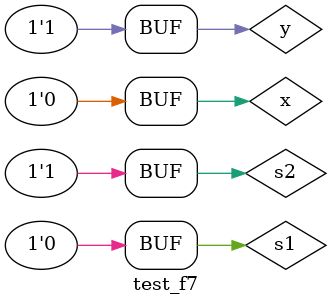
<source format=v>

module mux (
    output s1,   // Saída para AND/NAND
    output s2,   // Saída para OR/NOR
    input a,
    input b,
    input sel1,  // Seleção para AND/NAND
    input sel2   // Seleção para OR/NOR
);

    // definir dados locais
    wire w1;
    wire w2;
    wire w3;
    wire w4;
    wire w5;
    wire w6;
    wire w7;


    // descrever por portas
    nand NAND1 (w1, sel1, sel1);
    nand NAND2 (w2, w1, a);
    nand NAND3 (w3, sel1, b);
    nand NAND4 (s1, w2, w3);

    nor NOR1 ( w4, sel2, sel2);
    nor NOR2 ( w5, sel2, a);
    nor NOR3 ( w6, w4, b);
    or OR1   ( w7, w6, w6);
    nor NOR4 ( s2, w5, w7);
endmodule // mux

module test_f7;
// ------------------------- definir dados
    reg x; // a
    reg y; // b
    reg s1; 
    reg s2; 
    wire sel1; 
    wire sel2; 

    mux MUX1 (sel1, sel2, x, y, s1, s2);    
// ------------------------- parte principal
 initial
 begin : main
    $display("Guia_0703 - Rayssa Mell de Souza Silva - 860210");
    $display("Test LU's module");
    $display("   x    y    s1  s2   sel1  sel2");
    x = 1'b0; y = 1'b0; s1 = 1'b0; s2 = 1'b0; 

  //projetar teste do modulo
  #1 $monitor("%4b %4b %4b %4b %4b %4b", x, y, sel1, sel2, s1, s2);
  #1 x = 0; y = 1; s1 = 0; s2 = 0;
  #1 x = 1; y = 0; s1 = 1; s2 = 0; 
  #1 x = 1; y = 0; s1 = 0; s2 = 1; 
  #1 x = 0; y = 1; s1 = 1; s2 = 0; 
  #1 x = 1; y = 0; s1 = 0; s2 = 0; 
  #1 x = 0; y = 1; s1 = 0; s2 = 1; 
 end
endmodule // test_f7


/* Registro de Saída 

Guia_0703 - Rayssa Mell de Souza Silva - 860210
Test LU's module
   x    y    s1  s2   sel1  sel2
   0    0    0    0    0    0
   0    1    0    0    0    0
   1    0    0    1    1    0
   1    0    1    0    0    1
   0    1    1    0    1    0
   1    0    1    1    0    0
   0    1    0    1    0    1

*/
</source>
